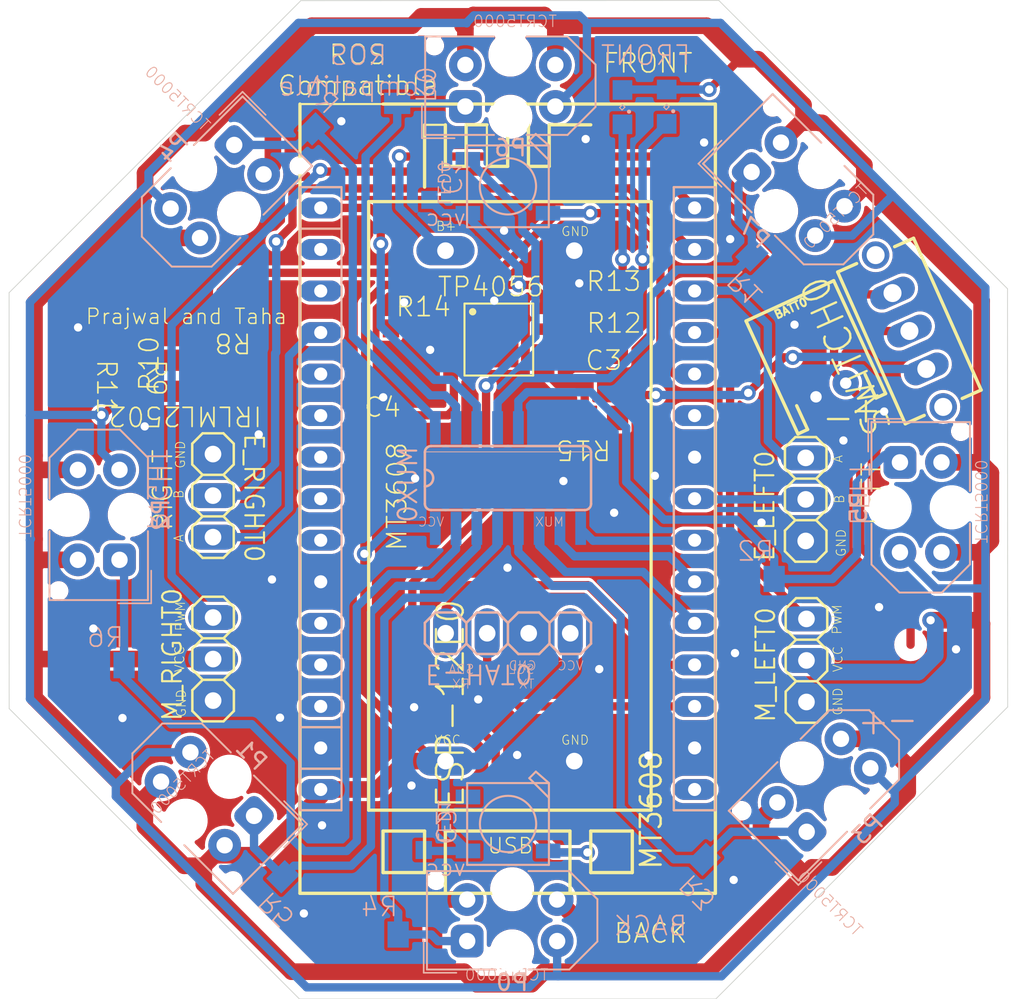
<source format=kicad_pcb>
(kicad_pcb (version 20240108) (generator "pcbnew") (generator_version "8.0")
  (layers (0 "F.Cu" signal) (31 "B.Cu" signal) (34 "B.Paste" user) (35 "F.Paste" user) (36 "B.SilkS" user "B.Silkscreen") (37 "F.SilkS" user "F.Silkscreen") (38 "B.Mask" user) (39 "F.Mask" user) (44 "Edge.Cuts" user))
  (net 0 "")
  (net 1 "GND")
  (net 2 "VCC")
  (net 3 "AD0")
  (net 4 "EM_ENABLE")
  (net 5 "MUX_A")
  (net 6 "MUX_B")
  (net 7 "MUX_C")
  (net 8 "Net-(SWITCH0-P)")
  (net 9 "/<p>Power Supply</p>/TP_B+")
  (net 10 "Net-(CHRG0-PadC)")
  (net 11 "/<p>MCU and Motors</p>/SDA_RX")
  (net 12 "/<p>MCU and Motors</p>/SCL_TX")
  (net 13 "/<p>MCU and Motors</p>/M_RIGHT_PWM")
  (net 18 "/<p>MCU and Motors</p>/E_RIGHT_A")
  (net 20 "/<p>MCU and Motors</p>/E_RIGHT_B")
  (net 24 "/<p>MCU and Motors</p>/E_LEFT_B")
  (net 25 "/<p>MCU and Motors</p>/E_LEFT_A")
  (net 29 "/<p>MCU and Motors</p>/M_LEFT_PWM")
  (net 31 "Net-(IRLML2502-G)")
  (net 32 "Net-(IRLML2502-D)")
  (net 33 "Net-(LED0-DO)")
  (net 35 "Net-(SWITCH0-S)")
  (net 36 "/<p>Proximity Sensors</p>/MUX_X6")
  (net 37 "/<p>Proximity Sensors</p>/MUX_X7")
  (net 38 "/<p>Proximity Sensors</p>/MUX_X0")
  (net 39 "/<p>Proximity Sensors</p>/MUX_X5")
  (net 40 "/<p>Proximity Sensors</p>/MUX_X2")
  (net 41 "/<p>Proximity Sensors</p>/MUX_X4")
  (net 42 "/<p>Proximity Sensors</p>/MUX_X3")
  (net 43 "/<p>Proximity Sensors</p>/MUX_X1")
  (net 44 "/<p>Proximity Sensors</p>/EM")
  (net 45 "Net-(R10-Pad2)")
  (net 46 "Net-(TP4056-STDBY)")
  (net 47 "Net-(R12-Pad2)")
  (net 48 "Net-(TP4056-CHRG)")
  (net 50 "Net-(TP4056-PROG)")
  (net 51 "Net-(SWITCH0-O)")
  (footprint "MT3608:MT3608" (layer "F.Cu") (at 157.22691 123.986655 90)
    (property "Reference" "MT3608")
    (property "Value" "MT3608")
  )
  (footprint "M0805_420:M0805_420" (layer "F.Cu") (at 154.194492 93.351995)
    (property "Reference" "R13")
    (property "Value" "102")
  )
  (footprint "M0805_420:M0805_420" (layer "F.Cu") (at 122.236492 97.364995 -90)
    (property "Reference" "R11")
    (property "Value" "NM")
  )
  (footprint "1X03:1X03" (layer "F.Cu") (at 130.445192 114.746695 90)
    (property "Reference" "M_RIGHT0")
    (property "Value" "PINHD-1X3")
  )
  (footprint "1X03:1X03" (layer "F.Cu") (at 166.678251 104.98543 90)
    (property "Reference" "E_LEFT0")
    (property "Value" "PINHD-1X3")
  )
  (footprint "M0805_420:M0805_420" (layer "F.Cu") (at 125.247492 97.354995 -90)
    (property "Reference" "R9")
    (property "Value" "0R")
  )
  (footprint "1X03:1X03" (layer "F.Cu") (at 166.724492 114.831995 90)
    (property "Reference" "M_LEFT0")
    (property "Value" "PINHD-1X3")
  )
  (footprint "R0603_348:R0603_348" (layer "F.Cu") (at 142.171492 94.529995)
    (property "Reference" "R14")
    (property "Value" "122")
  )
  (footprint "JST-2-PTH_513:JST-2-PTH_513" (layer "F.Cu") (at 168.215926 98.295702 24.7)
    (property "Reference" "BATT0")
    (property "Value" "CONN_02JST-PTH-2")
  )
  (footprint "SOP-8:SOP-8" (layer "F.Cu") (at 147.914492 95.211995)
    (property "Reference" "TP4056")
    (property "Value" "TP4056")
  )
  (footprint "C0603_420:C0603_420" (layer "F.Cu") (at 154.015492 97.931995)
    (property "Reference" "C3")
    (property "Value" "10 uF")
  )
  (footprint "M0805_420:M0805_420" (layer "F.Cu") (at 128.232492 97.425995 90)
    (property "Reference" "R10")
    (property "Value" "18R")
  )
  (footprint "ESP12E_DEVKIT:ESP12E_DEVKIT" (layer "F.Cu") (at 148.455051 104.941855)
    (property "Reference" "ESP-12E0")
    (property "Value" "ESP12E_DEVKIT")
  )
  (footprint "R0805_348:R0805_348" (layer "F.Cu") (at 154.224492 100.005995 180)
    (property "Reference" "R15")
    (property "Value" "0R")
  )
  (footprint "HH3T90:HH3T90" (layer "F.Cu") (at 173.01976 94.68928 114)
    (property "Reference" "SWITCH0")
    (property "Value" "SS12F2356")
  )
  (footprint "SOT23_420:SOT23_420" (layer "F.Cu") (at 131.604492 97.301995 180)
    (property "Reference" "IRLML2502")
    (property "Value" "MOSFET-NREFLOW")
  )
  (footprint "C0603_420:C0603_420" (layer "F.Cu") (at 140.484492 100.801995)
    (property "Reference" "C4")
    (property "Value" "10 uF")
  )
  (footprint "1X03:1X03" (layer "F.Cu") (at 130.437592 104.753349 -90)
    (property "Reference" "E_RIGHT0")
    (property "Value" "PINHD-1X3")
  )
  (footprint "M0805_420:M0805_420" (layer "F.Cu") (at 154.21591 95.909155)
    (property "Reference" "R12")
    (property "Value" "103")
  )
  (footprint "M0805_420:M0805_420" (layer "F.Cu") (at 131.850092 93.727695 180)
    (property "Reference" "R8")
    (property "Value" "4k7")
  )
  (footprint "SO16_80:SO16_80" (layer "B.Cu") (at 148.473517 103.678767)
    (property "Reference" "MUX0")
    (property "Value" "4051D")
  )
  (footprint "OptoDevice:Vishay_TCRT5000" (layer "B.Cu") (at 166.74 125.31 45)
    (property "Reference" "P3")
    (property "Value" "Vishay_TCRT5000")
  )
  (footprint "M0805_420:M0805_420" (layer "B.Cu") (at 164.06 90.72 -45)
    (property "Reference" "R1")
    (property "Value" "4k7")
  )
  (footprint "OptoDevice:Vishay_TCRT5000" (layer "B.Cu") (at 145.87 80.96)
    (property "Reference" "P6")
    (property "Value" "Vishay_TCRT5000")
  )
  (footprint "WS2812B_420:WS2812B_420" (layer "B.Cu") (at 148.47802 124.829995 180)
    (property "Reference" "LED1")
    (property "Value" "WS2812B5050")
  )
  (footprint "OptoDevice:Vishay_TCRT5000" (layer "B.Cu") (at 145.98 131.99)
    (property "Reference" "P0")
    (property "Value" "Vishay_TCRT5000")
  )
  (footprint "M0805_420:M0805_420" (layer "B.Cu") (at 141.7 79.82 90)
    (property "Reference" "R0")
    (property "Value" "4k7")
  )
  (footprint "WS2812B_420:WS2812B_420" (layer "B.Cu") (at 148.471273 85.840995 180)
    (property "Reference" "LED0")
    (property "Value" "WS2812B5050")
  )
  (footprint "M0805_420:M0805_420" (layer "B.Cu") (at 161.14 127.66 -45)
    (property "Reference" "R3")
    (property "Value" "4k7")
  )
  (footprint "SML0805_259:SML0805_259" (layer "B.Cu") (at 155.474492 81.001995 90)
    (property "Reference" "CHRG0" (hide yes))
    (property "Value" "RED")
  )
  (footprint "OptoDevice:Vishay_TCRT5000" (layer "B.Cu") (at 163.370292 84.966343 -45)
    (property "Reference" "P7")
    (property "Value" "Vishay_TCRT5000")
  )
  (footprint "OptoDevice:Vishay_TCRT5000" (layer "B.Cu") (at 124.72 108.68 90)
    (property "Reference" "P2")
    (property "Value" "Vishay_TCRT5000")
  )
  (footprint "SML0805_259:SML0805_259" (layer "B.Cu") (at 158.175582 80.975214 90)
    (property "Reference" "STDBY0" (hide yes))
    (property "Value" "GREEN")
  )
  (footprint "M0805_420:M0805_420" (layer "B.Cu") (at 163.8 109.85 180)
    (property "Reference" "R2")
    (property "Value" "4k7")
  )
  (footprint "C0603_348:C0603_348" (layer "B.Cu") (at 143.325492 125.571895 90)
    (property "Reference" "C2")
    (property "Value" "0.10 nF")
  )
  (footprint "M0805_420:M0805_420" (layer "B.Cu") (at 135.93 81.66 135)
    (property "Reference" "R7")
    (property "Value" "4k7")
  )
  (footprint "M0805_420:M0805_420" (layer "B.Cu") (at 135.39 128.73 -45)
    (property "Reference" "R5")
    (property "Value" "4k7")
  )
  (footprint "C0603_348:C0603_348" (layer "B.Cu") (at 143.672592 85.822895 90)
    (property "Reference" "C1")
    (property "Value" "0.10 nF")
  )
  (footprint "OptoDevice:Vishay_TCRT5000" (layer "B.Cu") (at 132.946934 124.33606 135)
    (property "Reference" "P1")
    (property "Value" "Vishay_TCRT5000")
  )
  (footprint "M0805_420:M0805_420" (layer "B.Cu") (at 140.81 131.59 180)
    (property "Reference" "R4")
    (property "Value" "4k7")
  )
  (footprint "OptoDevice:Vishay_TCRT5000" (layer "B.Cu") (at 172.44 102.72 -90)
    (property "Reference" "P5")
    (property "Value" "Vishay_TCRT5000")
  )
  (footprint "OptoDevice:Vishay_TCRT5000" (layer "B.Cu") (at 131.73606 83.313066 -135)
    (property "Reference" "P4")
    (property "Value" "Vishay_TCRT5000")
  )
  (footprint "1X04:1X04" (layer "B.Cu") (at 148.471395 113.168639)
    (property "Reference" "E-HAT0")
    (property "Value" "PINHD-1X4")
  )
  (footprint "M0805_420:M0805_420" (layer "B.Cu") (at 124.05 115.12 180)
    (property "Reference" "R6")
    (property "Value" "4k7")
  )
  (gr_line (start 135.724477 135.532304) (end 161.180951 135.531441) (stroke (width 0.05)) (layer "Edge.Cuts"))
  (gr_line (start 161.180951 135.531441) (end 179.029226 117.67317) (stroke (width 0.05)) (layer "Edge.Cuts"))
  (gr_line (start 117.972974 92.34383) (end 117.976339 117.778095) (stroke (width 0.05)) (layer "Edge.Cuts"))
  (gr_line (start 117.976339 117.778095) (end 135.724477 135.532304) (stroke (width 0.05)) (layer "Edge.Cuts"))
  (gr_line (start 179.029226 117.67317) (end 179.018701 92.106774) (stroke (width 0.05)) (layer "Edge.Cuts"))
  (gr_line (start 135.808549 74.490027) (end 117.972974 92.34383) (stroke (width 0.05)) (layer "Edge.Cuts"))
  (gr_line (start 179.018701 92.106774) (end 161.363063 74.474895) (stroke (width 0.05)) (layer "Edge.Cuts"))
  (gr_line (start 161.363063 74.474895) (end 135.808549 74.490027) (stroke (width 0.05)) (layer "Edge.Cuts"))
  (gr_text "TCRT5000" (at 151.517923 76.16543 0) (layer "B.SilkS") (effects (font (size 0.70104 0.70104) (thickness 0.06096)) (justify left bottom mirror)))
  (gr_text "vcc\n" (at 145.971273 88.340995 0) (layer "B.SilkS") (effects (font (size 1 1) (thickness 0.1)) (justify left bottom mirror)))
  (gr_text "TCRT5000" (at 151.007923 134.46543 0) (layer "B.SilkS") (effects (font (size 0.70104 0.70104) (thickness 0.06096)) (justify left bottom mirror)))
  (gr_text "+" (at 171.924492 119.491995 0) (layer "B.SilkS") (effects (font (size 1.63576 1.63576) (thickness 0.14224)) (justify left bottom mirror)))
  (gr_text "vcc\n" (at 145.97 128.09 0) (layer "B.SilkS") (effects (font (size 1 1) (thickness 0.1)) (justify left bottom mirror)))
  (gr_text "TCRT5000" (at 118.503741 107.372196 270) (layer "B.SilkS") (effects (font (size 0.70104 0.70104) (thickness 0.06096)) (justify left bottom mirror)))
  (gr_text "-" (at 173.694492 119.361995 0) (layer "B.SilkS") (effects (font (size 1.63576 1.63576) (thickness 0.14224)) (justify left bottom mirror)))
  (gr_text "TCRT5000" (at 176.97374 107.722196 270) (layer "B.SilkS") (effects (font (size 0.70104 0.70104) (thickness 0.06096)) (justify left bottom mirror)))
  (gr_text "BACK" (at 159.504492 131.741995 0) (layer "B.SilkS") (effects (font (size 1.1684 1.1684) (thickness 0.1016)) (justify left bottom mirror)))
  (gr_text "RIGHT" (at 126.300848 106.970544 270) (layer "B.SilkS") (effects (font (size 1.1684 1.1684) (thickness 0.1016)) (justify left bottom mirror)))
  (gr_text "VCC   GND" (at 153.134492 115.481995 0) (layer "B.SilkS") (effects (font (size 0.560832 0.560832) (thickness 0.048768)) (justify left bottom mirror)))
  (gr_text "ROS\nCompatible" (at 139.324492 78.781995 0) (layer "B.SilkS") (effects (font (size 1.1684 1.1684) (thickness 0.1016)) (justify mirror)))
  (gr_text "TCRT5000" (at 169.705661 131.821585 -45) (layer "B.SilkS") (effects (font (size 0.70104 0.70104) (thickness 0.06096)) (justify left bottom mirror)))
  (gr_text "MUX             VCC" (at 147.434492 106.361995 0) (layer "B.SilkS") (effects (font (size 0.560832 0.560832) (thickness 0.048768)) (justify mirror)))
  (gr_text "FRONT" (at 159.714492 78.521995 0) (layer "B.SilkS") (effects (font (size 1.1684 1.1684) (thickness 0.1016)) (justify left bottom mirror)))
  (gr_text "TCRT5000" (at 129.817424 82.599067 315) (layer "B.SilkS") (effects (font (size 0.70104 0.70104) (thickness 0.06096)) (justify left bottom mirror)))
  (gr_text "TCRT5000" (at 170.65742 86.134927 45) (layer "B.SilkS") (effects (font (size 0.70104 0.70104) (thickness 0.06096)) (justify left bottom mirror)))
  (gr_text "LEFT" (at 169.250848 106.667783 270) (layer "B.SilkS") (effects (font (size 1.1684 1.1684) (thickness 0.1016)) (justify left bottom mirror)))
  (gr_text "SCL     SDA   \nTX       RX     " (at 150.132627 116.602252 0) (layer "B.SilkS") (effects (font (size 0.560832 0.560832) (thickness 0.048768)) (justify left bottom mirror)))
  (gr_text "TCRT5000" (at 130.718225 120.694963 45) (layer "B.SilkS") (effects (font (size 0.70104 0.70104) (thickness 0.06096)) (justify left bottom mirror)))
  (gr_text "GND" (at 169.174492 108.531995 90) (layer "F.SilkS") (effects (font (size 0.560832 0.560832) (thickness 0.048768)) (justify left bottom)))
  (gr_text "B+" (at 144.044492 88.611995 0) (layer "F.SilkS") (effects (font (size 0.560832 0.560832) (thickness 0.048768)) (justify left bottom)))
  (gr_text "+" (at 169.254492 100.421995 0) (layer "F.SilkS") (effects (font (size 1.63576 1.63576) (thickness 0.14224)) (justify left bottom)))
  (gr_text "B" (at 128.674492 104.981995 90) (layer "F.SilkS") (effects (font (size 0.560832 0.560832) (thickness 0.048768)) (justify left bottom)))
  (gr_text "GND" (at 151.691152 120.029344 0) (layer "F.SilkS") (effects (font (size 0.560832 0.560832) (thickness 0.048768)) (justify left bottom)))
  (gr_text "GND" (at 128.824492 118.331995 90) (layer "F.SilkS") (effects (font (size 0.560832 0.560832) (thickness 0.048768)) (justify left bottom)))
  (gr_text "ROS\nCompatible" (at 139.274492 78.731995 0) (layer "F.SilkS") (effects (font (size 1.1684 1.1684) (thickness 0.1016))))
  (gr_text "B" (at 169.074492 105.281995 90) (layer "F.SilkS") (effects (font (size 0.560832 0.560832) (thickness 0.048768)) (justify left bottom)))
  (gr_text "BACK" (at 154.886686 132.195639 0) (layer "F.SilkS") (effects (font (size 1.1684 1.1684) (thickness 0.1016)) (justify left bottom)))
  (gr_text "VCC" (at 128.724492 115.581995 90) (layer "F.SilkS") (effects (font (size 0.560832 0.560832) (thickness 0.048768)) (justify left bottom)))
  (gr_text "PWM" (at 128.774492 113.081995 90) (layer "F.SilkS") (effects (font (size 0.560832 0.560832) (thickness 0.048768)) (justify left bottom)))
  (gr_text "A" (at 168.974492 102.781995 90) (layer "F.SilkS") (effects (font (size 0.560832 0.560832) (thickness 0.048768)) (justify left bottom)))
  (gr_text "RIGHT" (at 128.048136 106.980544 90) (layer "F.SilkS") (effects (font (size 1.1684 1.1684) (thickness 0.1016)) (justify left bottom)))
  (gr_text "VCC" (at 168.974492 115.581995 90) (layer "F.SilkS") (effects (font (size 0.560832 0.560832) (thickness 0.048768)) (justify left bottom)))
  (gr_text "Prajwal and Taha" (at 128.81 93.8 0) (layer "F.SilkS") (effects (font (size 0.93472 0.93472) (thickness 0.08128))))
  (gr_text "LEFT" (at 171.388136 106.667783 90) (layer "F.SilkS") (effects (font (size 1.1684 1.1684) (thickness 0.1016)) (justify left bottom)))
  (gr_text "VCC" (at 143.957977 120.029344 0) (layer "F.SilkS") (effects (font (size 0.560832 0.560832) (thickness 0.048768)) (justify left bottom)))
  (gr_text "-" (at 167.554492 100.901995 0) (layer "F.SilkS") (effects (font (size 1.63576 1.63576) (thickness 0.14224)) (justify left bottom)))
  (gr_text "A" (at 128.674492 107.631995 90) (layer "F.SilkS") (effects (font (size 0.560832 0.560832) (thickness 0.048768)) (justify left bottom)))
  (gr_text "USB" (at 147.164492 126.711995 0) (layer "F.SilkS") (effects (font (size 0.93472 0.93472) (thickness 0.08128)) (justify left bottom)))
  (gr_text "GND" (at 168.974492 118.231995 90) (layer "F.SilkS") (effects (font (size 0.560832 0.560832) (thickness 0.048768)) (justify left bottom)))
  (gr_text "GND" (at 128.774492 103.131995 90) (layer "F.SilkS") (effects (font (size 0.560832 0.560832) (thickness 0.048768)) (justify left bottom)))
  (gr_text "FRONT" (at 154.2052 78.995639 0) (layer "F.SilkS") (effects (font (size 1.1684 1.1684) (thickness 0.1016)) (justify left bottom)))
  (gr_text "GND" (at 151.701152 88.929344 0) (layer "F.SilkS") (effects (font (size 0.560832 0.560832) (thickness 0.048768)) (justify left bottom)))
  (gr_text "PWM" (at 168.924492 113.281995 90) (layer "F.SilkS") (effects (font (size 0.560832 0.560832) (thickness 0.048768)) (justify left bottom)))
  (via (at 154.054492 115.361995) (size 0.9144) (drill 0.508) (layers "F.Cu" "B.Cu") (net 1))
  (via (at 123.124492 112.881995) (size 0.9144) (drill 0.508) (layers "F.Cu" "B.Cu") (net 1))
  (via (at 163.974492 106.401995) (size 0.9144) (drill 0.508) (layers "F.Cu" "B.Cu") (net 1))
  (via (at 148.444492 109.161995) (size 0.9144) (drill 0.508) (layers "F.Cu" "B.Cu") (net 1))
  (via (at 162.06 89.07) (size 0.9144) (drill 0.508) (layers "F.Cu" "B.Cu") (net 1))
  (via (at 149.034492 120.611995) (size 0.9144) (drill 0.508) (layers "F.Cu" "B.Cu") (net 1))
  (via (at 124.904492 118.351995) (size 0.9144) (drill 0.508) (layers "F.Cu" "B.Cu") (net 1))
  (via (at 147.634492 92.831995) (size 0.9144) (drill 0.508) (layers "F.Cu" "B.Cu") (net 1))
  (via (at 142.124492 92.931995) (size 0.9144) (drill 0.508) (layers "F.Cu" "B.Cu") (net 1))
  (via (at 143.714492 95.841995) (size 0.9144) (drill 0.508) (layers "F.Cu" "B.Cu") (net 1))
  (via (at 162.354492 114.381995) (size 0.9144) (drill 0.508) (layers "F.Cu" "B.Cu") (net 1))
  (via (at 168.984492 101.381995) (size 0.9144) (drill 0.508) (layers "F.Cu" "B.Cu") (net 1))
  (via (at 142.794492 103.701995) (size 0.9144) (drill 0.508) (layers "F.Cu" "B.Cu") (net 1))
  (via (at 134.534492 118.331995) (size 0.9144) (drill 0.508) (layers "F.Cu" "B.Cu") (net 1))
  (via (at 160.464492 83.161995) (size 0.9144) (drill 0.508) (layers "F.Cu" "B.Cu") (net 1))
  (via (at 171.474492 99.611995) (size 0.9144) (drill 0.508) (layers "F.Cu" "B.Cu") (net 1))
  (via (at 135.994492 130.301995) (size 0.9144) (drill 0.508) (layers "F.Cu" "B.Cu") (net 1))
  (via (at 137.104492 124.911995) (size 0.9144) (drill 0.508) (layers "F.Cu" "B.Cu") (net 1))
  (via (at 171.164492 111.571995) (size 0.9144) (drill 0.508) (layers "F.Cu" "B.Cu") (net 1))
  (via (at 122.19 94.47) (size 0.9144) (drill 0.508) (layers "F.Cu" "B.Cu") (net 1))
  (via (at 157.454492 103.541995) (size 0.9144) (drill 0.508) (layers "F.Cu" "B.Cu") (net 1))
  (via (at 126.264492 100.521995) (size 0.9144) (drill 0.508) (layers "F.Cu" "B.Cu") (net 1))
  (via (at 154.964492 105.801995) (size 0.9144) (drill 0.508) (layers "F.Cu" "B.Cu") (net 1))
  (via (at 157.054492 120.651995) (size 0.9144) (drill 0.508) (layers "F.Cu" "B.Cu") (net 1))
  (via (at 162.274492 128.251995) (size 0.9144) (drill 0.508) (layers "F.Cu" "B.Cu") (net 1))
  (via (at 152.834492 91.771995) (size 0.9144) (drill 0.508) (layers "F.Cu" "B.Cu") (net 1))
  (via (at 134.044492 109.881995) (size 0.9144) (drill 0.508) (layers "F.Cu" "B.Cu") (net 1))
  (via (at 165.994492 94.301995) (size 0.9144) (drill 0.508) (layers "F.Cu" "B.Cu") (net 1))
  (via (at 140.844492 98.741995) (size 0.9144) (drill 0.508) (layers "F.Cu" "B.Cu") (net 1))
  (via (at 142.574492 122.481995) (size 0.9144) (drill 0.508) (layers "F.Cu" "B.Cu") (net 1))
  (via (at 142.734492 117.691995) (size 0.9144) (drill 0.508) (layers "F.Cu" "B.Cu") (net 1))
  (via (at 148.234492 88.551995) (size 0.9144) (drill 0.508) (layers "F.Cu" "B.Cu") (net 1))
  (via (at 146.654492 117.211995) (size 0.9144) (drill 0.508) (layers "F.Cu" "B.Cu") (net 1))
  (via (at 153.224492 82.951995) (size 0.9144) (drill 0.508) (layers "F.Cu" "B.Cu") (net 1))
  (via (at 138.284492 81.861995) (size 0.9144) (drill 0.508) (layers "F.Cu" "B.Cu") (net 1))
  (via (at 175.87 114.15) (size 0.9144) (drill 0.508) (layers "F.Cu" "B.Cu") (net 1))
  (via (at 151.864492 103.861995) (size 0.9144) (drill 0.508) (layers "F.Cu" "B.Cu") (net 1))
  (via (at 133.234492 101.011995) (size 0.9144) (drill 0.508) (layers "F.Cu" "B.Cu") (net 1))
  (segment (start 174.314492 112.371995) (end 177.244492 112.371995) (width 1.016) (layer "F.Cu") (net 2))
  (segment (start 135.241995 133.861995) (end 143.95 133.861995) (width 1.016) (layer "F.Cu") (net 2))
  (segment (start 134.1 82.02) (end 134.1 84.541228) (width 1.016) (layer "F.Cu") (net 2))
  (segment (start 160.774492 79.921995) (end 162.624745 78.071742) (width 0.508) (layer "F.Cu") (net 2))
  (segment (start 119.724492 103.18) (end 122.18 103.18) (width 1.016) (layer "F.Cu") (net 2))
  (segment (start 151.35 76.021995) (end 151.37 76.041995) (width 1.016) (layer "F.Cu") (net 2))
  (segment (start 130.445192 114.746695) (end 119.679792 114.746695) (width 1.016) (layer "F.Cu") (net 2))
  (segment (start 150.698005 75.37) (end 151.35 76.021995) (width 1.016) (layer "F.Cu") (net 2))
  (segment (start 168.293701 127.486995) (end 167.059492 127.486995) (width 1.016) (layer "F.Cu") (net 2))
  (segment (start 139.744492 93.031995) (end 139.744492 100.69203) (width 0.508) (layer "F.Cu") (net 2))
  (segment (start 166.541503 81.948497) (end 166.541503 80.861503) (width 1.016) (layer "F.Cu") (net 2))
  (segment (start 139.694495 100.861999) (end 139.694492 108.311995) (width 0.508) (layer "F.Cu") (net 2))
  (segment (start 145.794492 133.861995) (end 146.560497 134.628) (width 1.016) (layer "F.Cu") (net 2))
  (segment (start 119.679792 114.746695) (end 119.524492 114.901995) (width 1.016) (layer "F.Cu") (net 2))
  (segment (start 133.39 126.74) (end 130.521556 126.74) (width 1.016) (layer "F.Cu") (net 2))
  (segment (start 177.356487 102.72) (end 174.98 102.72) (width 1.016) (layer "F.Cu") (net 2))
  (segment (start 119.524492 103.38) (end 119.724492 103.18) (width 1.016) (layer "F.Cu") (net 2))
  (segment (start 137.025051 123.104949) (end 133.39 126.74) (width 1.016) (layer "F.Cu") (net 2))
  (segment (start 144.565787 129.45) (end 145.98 129.45) (width 1.016) (layer "F.Cu") (net 2))
  (segment (start 134.1 84.541228) (end 133.532111 85.109117) (width 1.016) (layer "F.Cu") (net 2))
  (segment (start 125.971248 123.568752) (end 119.524492 117.121995) (width 1.016) (layer "F.Cu") (net 2))
  (segment (start 172.918243 121.628243) (end 172.918243 121.290066) (width 1.016) (layer "F.Cu") (net 2))
  (segment (start 142.608005 76.021995) (end 143.18 75.45) (width 1.016) (layer "F.Cu") (net 2))
  (segment (start 140.484632 122.721855) (end 137.025051 122.721855) (width 1.016) (layer "F.Cu") (net 2))
  (segment (start 177.434492 108.35) (end 177.304492 108.22) (width 1.016) (layer "F.Cu") (net 2))
  (segment (start 129.874561 128.494561) (end 135.241995 133.861995) (width 1.016) (layer "F.Cu") (net 2))
  (segment (start 119.524492 114.901995) (end 119.524492 109.03) (width 1.016) (layer "F.Cu") (net 2))
  (segment (start 126.269492 124.981416) (end 128.675071 127.386995) (width 1.016) (layer "F.Cu") (net 2))
  (segment (start 119.524492 102.301995) (end 119.524492 92.981995) (width 1.016) (layer "F.Cu") (net 2))
  (segment (start 132.298243 80.208243) (end 136.484492 76.021995) (width 1.016) (layer "F.Cu") (net 2))
  (segment (start 149.134492 91.871995) (end 149.919492 91.871995) (width 0.508) (layer "F.Cu") (net 2))
  (segment (start 145.951007 78.808389) (end 146.064492 78.694905) (width 1.016) (layer "F.Cu") (net 2))
  (segment (start 163.943949 125.273949) (end 163.943949 124.513949) (width 1.016) (layer "F.Cu") (net 2))
  (segment (start 130.521556 126.74) (end 129.874561 127.386995) (width 1.016) (layer "F.Cu") (net 2))
  (segment (start 166.608243 127.938243) (end 163.943949 125.273949) (width 1.016) (layer "F.Cu") (net 2))
  (segment (start 150.664492 92.616995) (end 149.919492 91.871995) (width 0.508) (layer "F.Cu") (net 2))
  (segment (start 167.51 81.97) (end 167.696747 81.97) (width 1.016) (layer "F.Cu") (net 2))
  (segment (start 167.488497 81.948497) (end 167.51 81.97) (width 1.016) (layer "F.Cu") (net 2))
  (segment (start 177.244492 112.371995) (end 177.454492 112.581995) (width 1.016) (layer "F.Cu") (net 2))
  (segment (start 119.524492 117.121995) (end 119.524492 114.901995) (width 1.016) (layer "F.Cu") (net 2))
  (segment (start 171.253038 119.624861) (end 168.833036 119.624861) (width 1.016) (layer "F.Cu") (net 2))
  (segment (start 143.95 130.065787) (end 144.565787 129.45) (width 1.016) (layer "F.Cu") (net 2))
  (segment (start 177.434492 92.828724) (end 177.434492 102.641995) (width 1.016) (layer "F.Cu") (net 2))
  (segment (start 124.868243 87.638243) (end 126.228205 88.998205) (width 1.016) (layer "F.Cu") (net 2))
  (segment (start 166.541503 80.861503) (end 163.751742 78.071742) (width 1.016) (layer "F.Cu") (net 2))
  (segment (start 126.269492 123.896995) (end 126.269492 124.981416) (width 1.016) (layer "F.Cu") (net 2))
  (segment (start 139.634492 100.801995) (end 139.694495 100.861999) (width 0.508) (layer "F.Cu") (net 2))
  (segment (start 125.971248 123.568752) (end 126.299492 123.896995) (width 1.016) (layer "F.Cu") (net 2))
  (segment (start 144.653826 120.986655) (end 143.963826 120.986655) (width 0.508) (layer "F.Cu") (net 2))
  (segment (start 172.918243 121.628243) (end 172.918243 122.862453) (width 1.016) (layer "F.Cu") (net 2))
  (segment (start 119.524492 103.38) (end 119.524492 102.301995) (width 1.016) (layer "F.Cu") (net 2))
  (segment (start 129.919492 82.586995) (end 132.298243 80.208243) (width 1.016) (layer "F.Cu") (net 2))
  (segment (start 162.664748 78.071742) (end 160.615001 76.021995) (width 1.016) (layer "F.Cu") (net 2))
  (segment (start 162.624745 78.071742) (end 162.664748 78.071742) (width 0.508) (layer "F.Cu") (net 2))
  (segment (start 166.388138 81.948497) (end 165.166343 83.170292) (width 1.016) (layer "F.Cu") (net 2))
  (segment (start 124.868243 87.638243) (end 126.284492 86.221995) (width 1.016) (layer "F.Cu") (net 2))
  (segment (start 143.18 75.45) (end 146.271995 75.45) (width 1.016) (layer "F.Cu") (net 2))
  (segment (start 129.874561 127.386995) (end 129.874561 128.494561) (width 1.016) (layer "F.Cu") (net 2))
  (segment (start 139.634492 100.801995) (end 139.744492 100.69203) (width 0.508) (layer "F.Cu") (net 2))
  (segment (start 151.35 76.021995) (end 160.615001 76.021995) (width 1.016) (layer "F.Cu") (net 2))
  (segment (start 136.484492 76.021995) (end 142.608005 76.021995) (width 1.016) (layer "F.Cu") (net 2))
  (segment (start 170.456129 85.850361) (end 177.434492 92.828724) (width 1.016) (layer "F.Cu") (net 2))
  (segment (start 144.804492 99.841995) (end 140.594492 99.841995) (width 0.508) (layer "F.Cu") (net 2))
  (segment (start 145.7 76.021995) (end 145.87 76.191995) (width 1.016) (layer "F.Cu") (net 2))
  (segment (start 163.751742 78.071742) (end 162.664748 78.071742) (width 1.016) (layer "F.Cu") (net 2))
  (segment (start 126.299492 123.896995) (end 126.269492 123.896995) (width 1.016) (layer "F.Cu") (net 2))
  (segment (start 119.524492 92.981995) (end 124.868243 87.638243) (width 1.016) (layer "F.Cu") (net 2))
  (segment (start 153.49 133.861995) (end 153.49 131.46) (width 1.016) (layer "F.Cu") (net 2))
  (segment (start 132.298243 80.208243) (end 132.298243 80.218243) (width 1.016) (layer "F.Cu") (net 2))
  (segment (start 126.284492 85.033938) (end 128.731435 82.586995) (width 1.016) (layer "F.Cu") (net 2))
  (segment (start 170.456129 85.95363) (end 170.456129 85.850361) (width 1.016) (layer "F.Cu") (net 2))
  (segment (start 119.524492 107.411995) (end 119.524492 103.38) (width 1.016) (layer "F.Cu") (net 2))
  (segment (start 146.351995 75.37) (end 150.698005 75.37) (width 1.016) (layer "F.Cu") (net 2))
  (segment (start 172.918243 121.290066) (end 171.253038 119.624861) (width 1.016) (layer "F.Cu") (net 2))
  (segment (start 145.87 76.191995) (end 145.87 78.42) (width 1.016) (layer "F.Cu") (net 2))
  (segment (start 177.304492 108.22) (end 174.98 108.22) (width 1.016) (layer "F.Cu") (net 2))
  (segment (start 167.696747 81.97) (end 170.264449 84.537702) (width 1.016) (layer "F.Cu") (net 2))
  (segment (start 119.524492 109.03) (end 119.874492 108.68) (width 1.016) (layer "F.Cu") (net 2))
  (segment (start 177.304492 108.22) (end 178 107.524492) (width 1.016) (layer "F.Cu") (net 2))
  (segment (start 119.524492 109.03) (end 119.524492 107.411995) (width 1.016) (layer "F.Cu") (net 2))
  (segment (start 126.284492 86.221995) (end 126.284492 85.033938) (width 1.016) (layer "F.Cu") (net 2))
  (segment (start 143.963826 120.986655) (end 139.694492 116.71732) (width 0.508) (layer "F.Cu") (net 2))
  (segment (start 170.456129 85.850361) (end 170.264449 85.850361) (width 1.016) (layer "F.Cu") (net 2))
  (segment (start 139.694492 108.311995) (end 139.694492 116.71732) (width 0.508) (layer "F.Cu") (net 2))
  (segment (start 139.744492 93.031995) (end 140.904492 91.871995) (width 0.508) (layer "F.Cu") (net 2))
  (segment (start 145.7 76.021995) (end 146.351995 75.37) (width 1.016) (layer "F.Cu") (net 2))
  (segment (start 126.228205 88.998205) (end 129.643024 88.998205) (width 1.016) (layer "F.Cu") (net 2))
  (segment (start 177.454492 117.091995) (end 172.918243 121.628243) (width 1.016) (layer "F.Cu") (net 2))
  (segment (start 146.560497 134.628) (end 149.908487 134.628) (width 1.016) (layer "F.Cu") (net 2))
  (segment (start 153.49 131.46) (end 151.48 129.45) (width 1.016) (layer "F.Cu") (net 2))
  (segment (start 177.454492 112.581995) (end 177.454492 117.091995) (width 1.016) (layer "F.Cu") (net 2))
  (segment (start 128.675071 127.386995) (end 129.874561 127.386995) (width 1.016) (layer "F.Cu") (net 2))
  (segment (start 170.264449 84.537702) (end 170.264449 85.850361) (width 1.016) (layer "F.Cu") (net 2))
  (segment (start 166.541503 81.948497) (end 166.388138 81.948497) (width 1.016) (layer "F.Cu") (net 2))
  (segment (start 143.95 133.861995) (end 143.95 130.065787) (width 1.016) (layer "F.Cu") (net 2))
  (segment (start 177.434492 102.641995) (end 177.356487 102.72) (width 1.016) (layer "F.Cu") (net 2))
  (segment (start 144.804492 99.841995) (end 145.164492 99.481995) (width 0.508) (layer "F.Cu") (net 2))
  (segment (start 143.95 133.861995) (end 145.794492 133.861995) (width 1.016) (layer "F.Cu") (net 2))
  (segment (start 150.664492 92.616995) (end 150.664492 93.306995) (width 0.508) (layer "F.Cu") (net 2))
  (segment (start 145.164492 99.481995) (end 145.164492 97.116995) (width 0.508) (layer "F.Cu") (net 2))
  (segment (start 151.37 76.041995) (end 151.37 78.42) (width 1.016) (layer "F.Cu") (net 2))
  (segment (start 166.541503 81.948497) (end 167.488497 81.948497) (width 1.016) (layer "F.Cu") (net 2))
  (segment (start 144.653826 120.986655) (end 142.219832 120.986655) (width 1.016) (layer "F.Cu") (net 2))
  (segment (start 146.271995 75.45) (end 146.351995 75.37) (width 1.016) (layer "F.Cu") (net 2))
  (segment (start 170.264449 85.850361) (end 169.055431 87.059379) (width 1.016) (layer "F.Cu") (net 2))
  (segment (start 137.025051 122.721855) (end 137.025051 123.104949) (width 1.016) (layer "F.Cu") (net 2))
  (segment (start 163.943949 124.513949) (end 164.943949 123.513949) (width 1.016) (layer "F.Cu") (net 2))
  (segment (start 149.908487 134.628) (end 150.674492 133.861995) (width 1.016) (layer "F.Cu") (net 2))
  (segment (start 132.298243 80.218243) (end 134.1 82.02) (width 1.016) (layer "F.Cu") (net 2))
  (segment (start 177.434492 108.35) (end 177.434492 112.691995) (width 1.016) (layer "F.Cu") (net 2))
  (segment (start 178 103.363513) (end 177.356487 102.72) (width 1.016) (layer "F.Cu") (net 2))
  (segment (start 177.324492 112.581995) (end 177.434492 112.691995) (width 0.508) (layer "F.Cu") (net 2))
  (segment (start 128.731435 82.586995) (end 129.919492 82.586995) (width 1.016) (layer "F.Cu") (net 2))
  (segment (start 119.874492 108.68) (end 122.18 108.68) (width 1.016) (layer "F.Cu") (net 2))
  (segment (start 125.971248 123.533571) (end 127.261795 122.243024) (width 1.016) (layer "F.Cu") (net 2))
  (segment (start 125.971248 123.568752) (end 125.971248 123.533571) (width 1.016) (layer "F.Cu") (net 2))
  (segment (start 177.324492 112.581995) (end 177.454492 112.581995) (width 0.508) (layer "F.Cu") (net 2))
  (segment (start 140.904492 91.871995) (end 149.134492 91.871995) (width 0.508) (layer "F.Cu") (net 2))
  (segment (start 178 107.524492) (end 178 103.363513) (width 1.016) (layer "F.Cu") (net 2))
  (segment (start 167.059492 127.486995) (end 166.608243 127.938243) (width 1.016) (layer "F.Cu") (net 2))
  (segment (start 172.918243 122.862453) (end 168.293701 127.486995) (width 1.016) (layer "F.Cu") (net 2))
  (segment (start 142.219832 120.986655) (end 140.484632 122.721855) (width 1.016) (layer "F.Cu") (net 2))
  (segment (start 139.634492 100.801995) (end 140.594492 99.841995) (width 0.508) (layer "F.Cu") (net 2))
  (segment (start 153.49 133.861995) (end 150.674492 133.861995) (width 1.016) (layer "F.Cu") (net 2))
  (segment (start 160.684492 133.861995) (end 153.49 133.861995) (width 1.016) (layer "F.Cu") (net 2))
  (segment (start 166.608243 127.938243) (end 160.684492 133.861995) (width 1.016) (layer "F.Cu") (net 2))
  (via (at 160.774492 79.921995) (size 0.9144) (drill 0.508) (layers "F.Cu" "B.Cu") (net 2))
  (via (at 139.694492 108.311995) (size 0.9144) (drill 0.508) (layers "F.Cu" "B.Cu") (net 2))
  (via (at 149.134492 91.871995) (size 0.9144) (drill 0.508) (layers "F.Cu" "B.Cu") (net 2))
  (via (at 174.314492 112.371995) (size 0.9144) (drill 0.508) (layers "F.Cu" "B.Cu") (net 2))
  (segment (start 146.02802 126.479995) (end 144.653826 125.105802) (width 0.508) (layer "B.Cu") (net 2))
  (segment (start 144.653826 120.986655) (end 146.629832 120.986655) (width 1.016) (layer "B.Cu") (net 2))
  (segment (start 143.325492 126.421895) (end 143.383592 126.479995) (width 0.508) (layer "B.Cu") (net 2))
  (segment (start 152.281395 115.335092) (end 152.281395 113.168639) (width 1.016) (layer "B.Cu") (net 2))
  (segment (start 174.6012 112.658703) (end 174.6012 114.49596) (width 1.016) (layer "B.Cu") (net 2))
  (segment (start 152.281395 115.335092) (end 146.629832 120.986655) (width 1.016) (layer "B.Cu") (net 2))
  (segment (start 143.672592 86.672895) (end 144.490692 87.490995) (width 0.508) (layer "B.Cu") (net 2))
  (segment (start 155.501273 79.925214) (end 155.474492 79.951995) (width 0.508) (layer "B.Cu") (net 2))
  (segment (start 167.432497 115.54) (end 166.724492 114.831995) (width 1.016) (layer "B.Cu") (net 2))
  (segment (start 144.490692 87.490995) (end 146.021273 87.490995) (width 0.508) (layer "B.Cu") (net 2))
  (segment (start 149.134492 91.871995) (end 149.134492 90.824214) (width 0.508) (layer "B.Cu") (net 2))
  (segment (start 144.028517 106.752167) (end 141.25432 106.752167) (width 0.508) (layer "B.Cu") (net 2))
  (segment (start 158.175582 79.925214) (end 155.501273 79.925214) (width 0.508) (layer "B.Cu") (net 2))
  (segment (start 173.55716 115.54) (end 167.432497 115.54) (width 1.016) (layer "B.Cu") (net 2))
  (segment (start 141.25432 106.752167) (end 139.694492 108.311995) (width 0.508) (layer "B.Cu") (net 2))
  (segment (start 174.314492 112.371995) (end 174.6012 112.658703) (width 1.016) (layer "B.Cu") (net 2))
  (segment (start 149.134492 90.824214) (end 146.021273 87.710995) (width 0.508) (layer "B.Cu") (net 2))
  (segment (start 144.653826 125.105802) (end 144.653826 120.986655) (width 0.508) (layer "B.Cu") (net 2))
  (segment (start 160.771273 79.925214) (end 158.175582 79.925214) (width 0.508) (layer "B.Cu") (net 2))
  (segment (start 146.021273 87.710995) (end 146.021273 87.490995) (width 0.508) (layer "B.Cu") (net 2))
  (segment (start 174.6012 114.49596) (end 173.55716 115.54) (width 1.016) (layer "B.Cu") (net 2))
  (segment (start 143.383592 126.479995) (end 146.02802 126.479995) (width 0.508) (layer "B.Cu") (net 2))
  (segment (start 160.774492 79.921995) (end 160.771273 79.925214) (width 0.508) (layer "B.Cu") (net 2))
  (segment (start 140.694492 87.821995) (end 140.034351 87.161855) (width 0.508) (layer "F.Cu") (net 3))
  (segment (start 137.025051 87.161855) (end 140.034351 87.161855) (width 0.508) (layer "F.Cu") (net 3))
  (segment (start 140.694492 87.821995) (end 140.694492 89.361995) (width 0.508) (layer "F.Cu") (net 3))
  (via (at 140.694492 89.361995) (size 0.9144) (drill 0.508) (layers "F.Cu" "B.Cu") (net 3))
  (segment (start 146.568517 99.23602) (end 146.568517 100.605367) (width 0.508) (layer "B.Cu") (net 3))
  (segment (start 145.004492 97.671995) (end 146.568517 99.23602) (width 0.508) (layer "B.Cu") (net 3))
  (segment (start 143.974492 97.671995) (end 145.004492 97.671995) (width 0.508) (layer "B.Cu") (net 3))
  (segment (start 140.694492 94.391995) (end 143.974492 97.671995) (width 0.508) (layer "B.Cu") (net 3))
  (segment (start 140.694492 89.361995) (end 140.694492 94.391995) (width 0.508) (layer "B.Cu") (net 3))
  (segment (start 159.885051 97.321855) (end 158.654351 97.321855) (width 0.508) (layer "F.Cu") (net 4))
  (segment (start 158.654351 97.321855) (end 157.794492 96.461995) (width 0.508) (layer "F.Cu") (net 4))
  (segment (start 157.794492 96.461995) (end 157.794492 89.601995) (width 0.508) (layer "F.Cu") (net 4))
  (segment (start 151.474492 87.481995) (end 147.825835 91.130652) (width 0.508) (layer "F.Cu") (net 4))
  (segment (start 153.504492 87.481995) (end 151.474492 87.481995) (width 0.508) (layer "F.Cu") (net 4))
  (segment (start 157.794492 89.601995) (end 155.674492 87.481995) (width 0.508) (layer "F.Cu") (net 4))
  (segment (start 155.674492 87.481995) (end 153.504492 87.481995) (width 0.508) (layer "F.Cu") (net 4))
  (segment (start 132.035836 91.130652) (end 130.900092 92.266395) (width 0.508) (layer "F.Cu") (net 4))
  (segment (start 147.825835 91.130652) (end 132.035836 91.130652) (width 0.508) (layer "F.Cu") (net 4))
  (segment (start 130.900092 92.266395) (end 130.900092 93.727695) (width 0.508) (layer "F.Cu") (net 4))
  (via (at 153.504492 87.481995) (size 0.9144) (drill 0.508) (layers "F.Cu" "B.Cu") (net 4))
  (segment (start 153.495492 87.490995) (end 153.504492 87.481995) (width 0.508) (layer "B.Cu") (net 4))
  (segment (start 150.921273 87.490995) (end 153.495492 87.490995) (width 0.508) (layer "B.Cu") (net 4))
  (segment (start 156.745192 109.421995) (end 159.885051 112.561855) (width 0.508) (layer "B.Cu") (net 5))
  (segment (start 150.378517 107.80602) (end 151.994492 109.421995) (width 0.508) (layer "B.Cu") (net 5))
  (segment (start 156.745192 109.421995) (end 151.994492 109.421995) (width 0.508) (layer "B.Cu") (net 5))
  (segment (start 150.378517 106.752167) (end 150.378517 107.80602) (width 0.508) (layer "B.Cu") (net 5))
  (segment (start 151.648517 106.752167) (end 151.648517 107.564433) (width 0.508) (layer "B.Cu") (net 6))
  (segment (start 151.648517 107.564433) (end 152.545938 108.461855) (width 0.508) (layer "B.Cu") (net 6))
  (segment (start 158.325051 108.461855) (end 159.885051 110.021855) (width 0.508) (layer "B.Cu") (net 6))
  (segment (start 158.325051 108.461855) (end 152.545938 108.461855) (width 0.508) (layer "B.Cu") (net 6))
  (segment (start 152.918517 106.752167) (end 153.678204 107.511855) (width 0.508) (layer "B.Cu") (net 7))
  (segment (start 159.855051 107.511855) (end 159.885051 107.481855) (width 0.508) (layer "B.Cu") (net 7))
  (segment (start 159.855051 107.511855) (end 153.678204 107.511855) (width 0.508) (layer "B.Cu") (net 7))
  (segment (start 173.01976 94.68928) (end 169.467207 94.68928) (width 0.508) (layer "F.Cu") (net 8))
  (segment (start 170.01 107.87) (end 173.09 110.95) (width 0.508) (layer "F.Cu") (net 8))
  (segment (start 169.467207 94.68928) (end 168.411192 95.745295) (width 0.508) (layer "F.Cu") (net 8))
  (segment (start 169.124432 97.877836) (end 170.01 98.763404) (width 0.508) (layer "F.Cu") (net 8))
  (segment (start 168.411192 95.745295) (end 168.411192 97.164595) (width 0.508) (layer "F.Cu") (net 8))
  (segment (start 173.09 110.95) (end 173.09 113.87) (width 0.508) (layer "F.Cu") (net 8))
  (segment (start 170.01 98.763404) (end 170.01 107.87) (width 0.508) (layer "F.Cu") (net 8))
  (segment (start 168.411192 97.164595) (end 169.124432 97.877836) (width 0.508) (layer "F.Cu") (net 8))
  (segment (start 153.165492 97.931995) (end 151.479492 97.931995) (width 0.508) (layer "F.Cu") (net 9))
  (segment (start 153.274492 100.005995) (end 153.165492 99.896995) (width 0.508) (layer "F.Cu") (net 9))
  (segment (start 151.479492 97.931995) (end 150.664492 97.116995) (width 0.508) (layer "F.Cu") (net 9))
  (segment (start 153.165492 97.931995) (end 153.165492 99.896995) (width 0.508) (layer "F.Cu") (net 9))
  (segment (start 155.144492 93.351995) (end 155.484492 93.011995) (width 0.508) (layer "F.Cu") (net 10))
  (segment (start 155.484492 93.011995) (end 155.484492 90.301995) (width 0.508) (layer "F.Cu") (net 10))
  (via (at 155.484492 90.301995) (size 0.9144) (drill 0.508) (layers "F.Cu" "B.Cu") (net 10))
  (segment (start 155.484492 82.061995) (end 155.474492 82.051995) (width 0.508) (layer "B.Cu") (net 10))
  (segment (start 155.484492 90.301995) (end 155.484492 82.061995) (width 0.508) (layer "B.Cu") (net 10))
  (segment (start 153.364492 110.231995) (end 146.094492 110.231995) (width 0.508) (layer "F.Cu") (net 11))
  (segment (start 158.234351 115.101855) (end 153.364492 110.231995) (width 0.508) (layer "F.Cu") (net 11))
  (segment (start 144.661395 111.665092) (end 144.661395 113.168639) (width 0.508) (layer "F.Cu") (net 11))
  (segment (start 146.094492 110.231995) (end 144.661395 111.665092) (width 0.508) (layer "F.Cu") (net 11))
  (segment (start 159.885051 115.101855) (end 158.234351 115.101855) (width 0.508) (layer "F.Cu") (net 11))
  (segment (start 147.201395 115.688639) (end 147.201395 113.168639) (width 0.508) (layer "F.Cu") (net 12))
  (segment (start 149.15461 117.641855) (end 147.201395 115.688639) (width 0.508) (layer "F.Cu") (net 12))
  (segment (start 159.885051 117.641855) (end 149.15461 117.641855) (width 0.508) (layer "F.Cu") (net 12))
  (segment (start 157.665192 84.941995) (end 137.071995 84.941995) (width 0.508) (layer "F.Cu") (net 13))
  (segment (start 137.071995 84.941995) (end 137 84.87) (width 0.508) (layer "F.Cu") (net 13))
  (segment (start 157.665192 84.941995) (end 159.885051 87.161855) (width 0.508) (layer "F.Cu") (net 13))
  (via (at 137 84.87) (size 0.9144) (drill 0.508) (layers "F.Cu" "B.Cu") (net 13))
  (segment (start 135.297851 86.925479) (end 127.904492 94.318838) (width 0.508) (layer "B.Cu") (net 13))
  (segment (start 127.904492 94.318838) (end 127.904492 109.665995) (width 0.508) (layer "B.Cu") (net 13))
  (segment (start 137 84.87) (end 135.297851 86.572149) (width 0.508) (layer "B.Cu") (net 13))
  (segment (start 127.904492 109.665995) (end 130.445192 112.206695) (width 0.508) (layer "B.Cu") (net 13))
  (segment (start 135.297851 86.572149) (end 135.297851 86.925479) (width 0.508) (layer "B.Cu") (net 13))
  (segment (start 133.326039 107.293349) (end 130.437592 107.293349) (width 0.508) (layer "B.Cu") (net 18))
  (segment (start 136.517051 94.781855) (end 135.086392 96.212514) (width 0.508) (layer "B.Cu") (net 18))
  (segment (start 135.086392 105.532995) (end 133.326039 107.293349) (width 0.508) (layer "B.Cu") (net 18))
  (segment (start 135.086392 96.212514) (end 135.086392 105.532995) (width 0.508) (layer "B.Cu") (net 18))
  (segment (start 137.025051 94.781855) (end 136.517051 94.781855) (width 0.8128) (layer "B.Cu") (net 18))
  (segment (start 159.885051 89.701855) (end 159.655051 89.701855) (width 0.508) (layer "F.Cu") (net 20))
  (segment (start 135.297851 88.218636) (end 134.304492 89.211995) (width 0.508) (layer "F.Cu") (net 20))
  (segment (start 135.626487 85.97) (end 135.297851 86.298636) (width 0.508) (layer "F.Cu") (net 20))
  (segment (start 155.923196 85.97) (end 135.626487 85.97) (width 0.508) (layer "F.Cu") (net 20))
  (segment (start 135.297851 86.298636) (end 135.297851 88.218636) (width 0.508) (layer "F.Cu") (net 20))
  (segment (start 159.655051 89.701855) (end 155.923196 85.97) (width 0.508) (layer "F.Cu") (net 20))
  (via (at 134.304492 89.211995) (size 0.9144) (drill 0.508) (layers "F.Cu" "B.Cu") (net 20))
  (segment (start 134.304492 89.211995) (end 134.304492 95.98862) (width 0.508) (layer "B.Cu") (net 20))
  (segment (start 134.235192 96.05792) (end 134.235192 102.811295) (width 0.508) (layer "B.Cu") (net 20))
  (segment (start 134.235192 102.811295) (end 132.293139 104.753349) (width 0.508) (layer "B.Cu") (net 20))
  (segment (start 132.293139 104.753349) (end 130.437592 104.753349) (width 0.508) (layer "B.Cu") (net 20))
  (segment (start 134.304492 95.98862) (end 134.235192 96.05792) (width 0.508) (layer "B.Cu") (net 20))
  (segment (start 159.928626 104.98543) (end 159.885051 104.941855) (width 0.508) (layer "B.Cu") (net 24))
  (segment (start 166.678251 104.98543) (end 159.928626 104.98543) (width 0.508) (layer "B.Cu") (net 24))
  (segment (start 164.364492 94.301995) (end 162.284492 92.221995) (width 0.508) (layer "B.Cu") (net 25))
  (segment (start 164.364492 101.41167) (end 164.364492 94.301995) (width 0.508) (layer "B.Cu") (net 25))
  (segment (start 166.678251 102.44543) (end 165.398251 102.44543) (width 0.508) (layer "B.Cu") (net 25))
  (segment (start 165.398251 102.44543) (end 164.364492 101.41167) (width 0.508) (layer "B.Cu") (net 25))
  (segment (start 162.284492 92.221995) (end 159.90491 92.221995) (width 0.508) (layer "B.Cu") (net 25))
  (segment (start 159.90491 92.221995) (end 159.885051 92.241855) (width 0.508) (layer "B.Cu") (net 25))
  (segment (start 162.054492 107.621995) (end 162.054492 95.561295) (width 0.508) (layer "F.Cu") (net 29))
  (segment (start 166.724492 112.291995) (end 162.054492 107.621995) (width 0.508) (layer "F.Cu") (net 29))
  (segment (start 162.054492 95.561295) (end 161.275051 94.781855) (width 0.508) (layer "F.Cu") (net 29))
  (segment (start 161.275051 94.781855) (end 159.885051 94.781855) (width 0.508) (layer "F.Cu") (net 29))
  (segment (start 132.800092 93.727695) (end 132.800092 95.956395) (width 0.508) (layer "F.Cu") (net 31))
  (segment (start 132.800092 95.956395) (end 132.554492 96.201995) (width 0.508) (layer "F.Cu") (net 31))
  (segment (start 128.232492 98.375995) (end 128.258492 98.401995) (width 0.508) (layer "F.Cu") (net 32))
  (segment (start 128.258492 98.401995) (end 131.604492 98.401995) (width 0.508) (layer "F.Cu") (net 32))
  (segment (start 147.724492 123.021995) (end 151.274492 126.571995) (width 0.508) (layer "F.Cu") (net 33))
  (segment (start 147.134492 98.031995) (end 147.134492 105.601995) (width 0.508) (layer "F.Cu") (net 33))
  (segment (start 147.724492 120.051995) (end 147.724492 123.021995) (width 0.508) (layer "F.Cu") (net 33))
  (segment (start 147.134492 105.601995) (end 142.624492 110.111995) (width 0.508) (layer "F.Cu") (net 33))
  (segment (start 142.624492 114.951995) (end 147.724492 120.051995) (width 0.508) (layer "F.Cu") (net 33))
  (segment (start 142.624492 110.111995) (end 142.624492 114.951995) (width 0.508) (layer "F.Cu") (net 33))
  (segment (start 151.274492 126.571995) (end 153.334492 126.571995) (width 0.508) (layer "F.Cu") (net 33))
  (via (at 153.334492 126.571995) (size 0.9144) (drill 0.508) (layers "F.Cu" "B.Cu") (net 33))
  (via (at 147.134492 98.031995) (size 0.9144) (drill 0.508) (layers "F.Cu" "B.Cu") (net 33))
  (segment (start 151.02002 126.571995) (end 150.92802 126.479995) (width 0.508) (layer "B.Cu") (net 33))
  (segment (start 150.154492 95.011995) (end 147.134492 98.031995) (width 0.508) (layer "B.Cu") (net 33))
  (segment (start 150.154492 89.341995) (end 150.154492 95.011995) (width 0.508) (layer "B.Cu") (net 33))
  (segment (start 153.334492 126.571995) (end 151.02002 126.571995) (width 0.508) (layer "B.Cu") (net 33))
  (segment (start 149.354492 88.541995) (end 150.154492 89.341995) (width 0.508) (layer "B.Cu") (net 33))
  (segment (start 146.021273 84.190995) (end 149.354492 87.524214) (width 0.508) (layer "B.Cu") (net 33))
  (segment (start 149.354492 87.524214) (end 149.354492 88.541995) (width 0.508) (layer "B.Cu") (net 33))
  (segment (start 159.011995 84.021995) (end 141.834492 84.021995) (width 0.508) (layer "F.Cu") (net 35))
  (segment (start 171.905035 92.450489) (end 167.440489 92.450489) (width 0.508) (layer "F.Cu") (net 35))
  (segment (start 167.440489 92.450489) (end 159.011995 84.021995) (width 0.508) (layer "F.Cu") (net 35))
  (segment (start 171.986648 92.368877) (end 171.905035 92.450489) (width 0.508) (layer "F.Cu") (net 35))
  (via (at 141.834492 84.021995) (size 0.9144) (drill 0.508) (layers "F.Cu" "B.Cu") (net 35))
  (segment (start 144.468151 89.775655) (end 144.653826 89.775655) (width 0.508) (layer "B.Cu") (net 35))
  (segment (start 141.834492 87.141995) (end 144.468151 89.775655) (width 0.508) (layer "B.Cu") (net 35))
  (segment (start 141.834492 84.021995) (end 141.834492 87.141995) (width 0.508) (layer "B.Cu") (net 35))
  (segment (start 139.765692 94.663195) (end 139.765692 84.010795) (width 0.508) (layer "B.Cu") (net 36))
  (segment (start 145.298517 99.28602) (end 144.634492 98.621995) (width 0.508) (layer "B.Cu") (net 36))
  (segment (start 139.765692 84.010795) (end 141.7 82.076487) (width 0.508) (layer "B.Cu") (net 36))
  (segment (start 141.7 80.77) (end 145.68 80.77) (width 0.508) (layer "B.Cu") (net 36))
  (segment (start 145.298517 100.605367) (end 145.298517 99.28602) (width 0.508) (layer "B.Cu") (net 36))
  (segment (start 145.68 80.77) (end 145.87 80.96) (width 0.508) (layer "B.Cu") (net 36))
  (segment (start 141.7 82.076487) (end 141.7 80.77) (width 0.508) (layer "B.Cu") (net 36))
  (segment (start 143.724492 98.621995) (end 139.765692 94.663195) (width 0.508) (layer "B.Cu") (net 36))
  (segment (start 144.634492 98.621995) (end 143.724492 98.621995) (width 0.508) (layer "B.Cu") (net 36))
  (segment (start 163.388249 90.048249) (end 163.388249 88.778249) (width 0.508) (layer "B.Cu") (net 37))
  (segment (start 149.314492 97.571995) (end 147.838517 99.04797) (width 0.508) (layer "B.Cu") (net 37))
  (segment (start 147.838517 99.04797) (end 147.838517 100.605367) (width 0.508) (layer "B.Cu") (net 37))
  (segment (start 157.199492 92.546995) (end 157.199492 95.066995) (width 0.508) (layer "B.Cu") (net 37))
  (segment (start 162.57 85.766635) (end 163.370292 84.966343) (width 0.508) (layer "B.Cu") (net 37))
  (segment (start 158.804492 90.941995) (end 157.199492 92.546995) (width 0.508) (layer "B.Cu") (net 37))
  (segment (start 162.57 87.96) (end 162.57 85.766635) (width 0.508) (layer "B.Cu") (net 37))
  (segment (start 158.804492 90.941995) (end 162.494503 90.941995) (width 0.508) (layer "B.Cu") (net 37))
  (segment (start 154.694492 97.571995) (end 149.314492 97.571995) (width 0.508) (layer "B.Cu") (net 37))
  (segment (start 162.494503 90.941995) (end 163.388249 90.048249) (width 0.508) (layer "B.Cu") (net 37))
  (segment (start 157.199492 95.066995) (end 154.694492 97.571995) (width 0.508) (layer "B.Cu") (net 37))
  (segment (start 163.388249 88.778249) (end 162.57 87.96) (width 0.508) (layer "B.Cu") (net 37))
  (segment (start 142.194838 110.997442) (end 144.614838 110.997442) (width 0.508) (layer "B.Cu") (net 38))
  (segment (start 144.192915 131.99) (end 143.792915 131.59) (width 0.508) (layer "B.Cu") (net 38))
  (segment (start 140.914492 112.277789) (end 142.194838 110.997442) (width 0.508) (layer "B.Cu") (net 38))
  (segment (start 143.792915 131.59) (end 141.76 131.59) (width 0.508) (layer "B.Cu") (net 38))
  (segment (start 140.914492 129.394492) (end 140.914492 112.277789) (width 0.508) (layer "B.Cu") (net 38))
  (segment (start 141.76 131.59) (end 141.76 130.24) (width 0.508) (layer "B.Cu") (net 38))
  (segment (start 144.192915 131.99) (end 145.98 131.99) (width 0.508) (layer "B.Cu") (net 38))
  (segment (start 141.76 130.24) (end 140.914492 129.394492) (width 0.508) (layer "B.Cu") (net 38))
  (segment (start 144.614838 110.997442) (end 147.838517 107.773764) (width 0.508) (layer "B.Cu") (net 38))
  (segment (start 147.838517 107.773764) (end 147.838517 106.752167) (width 0.508) (layer "B.Cu") (net 38))
  (segment (start 162.429995 106.221995) (end 164.75 108.542) (width 0.508) (layer "B.Cu") (net 39))
  (segment (start 168.31 109.85) (end 169.81 108.35) (width 0.508) (layer "B.Cu") (net 39))
  (segment (start 153.544492 98.431995) (end 155.704492 100.591995) (width 0.508) (layer "B.Cu") (net 39))
  (segment (start 169.81 103.97) (end 171.49 102.29) (width 0.508) (layer "B.Cu") (net 39))
  (segment (start 149.108517 98.96797) (end 149.644492 98.431995) (width 0.508) (layer "B.Cu") (net 39))
  (segment (start 155.704492 103.911995) (end 158.014492 106.221995) (width 0.508) (layer "B.Cu") (net 39))
  (segment (start 149.644492 98.431995) (end 153.544492 98.431995) (width 0.508) (layer "B.Cu") (net 39))
  (segment (start 155.704492 100.591995) (end 155.704492 103.911995) (width 0.508) (layer "B.Cu") (net 39))
  (segment (start 169.81 108.35) (end 169.81 103.97) (width 0.508) (layer "B.Cu") (net 39))
  (segment (start 164.75 109.85) (end 168.31 109.85) (width 0.508) (layer "B.Cu") (net 39))
  (segment (start 164.75 108.542) (end 164.75 109.85) (width 0.508) (layer "B.Cu") (net 39))
  (segment (start 158.014492 106.221995) (end 162.429995 106.221995) (width 0.508) (layer "B.Cu") (net 39))
  (segment (start 149.108517 100.605367) (end 149.108517 98.96797) (width 0.508) (layer "B.Cu") (net 39))
  (segment (start 171.49 102.29) (end 172.59 102.29) (width 0.508) (layer "B.Cu") (net 39))
  (segment (start 136.014492 126.480795) (end 138.614492 126.480795) (width 0.508) (layer "B.Cu") (net 40))
  (segment (start 125 115.12) (end 125 108.96) (width 0.508) (layer "B.Cu") (net 40))
  (segment (start 145.298517 108.02797) (end 143.774492 109.551995) (width 0.508) (layer "B.Cu") (net 40))
  (segment (start 127.874492 118.731995) (end 132.804492 118.731995) (width 0.508) (layer "B.Cu") (net 40))
  (segment (start 143.774492 109.551995) (end 141.234492 109.551995) (width 0.508) (layer "B.Cu") (net 40))
  (segment (start 127.874492 118.731995) (end 125 115.857503) (width 0.508) (layer "B.Cu") (net 40))
  (segment (start 145.298517 106.752167) (end 145.298517 108.02797) (width 0.508) (layer "B.Cu") (net 40))
  (segment (start 135.185692 125.651995) (end 136.014492 126.480795) (width 0.508) (layer "B.Cu") (net 40))
  (segment (start 135.185692 121.113195) (end 135.185692 125.651995) (width 0.508) (layer "B.Cu") (net 40))
  (segment (start 139.234492 111.551995) (end 139.234492 125.860795) (width 0.508) (layer "B.Cu") (net 40))
  (segment (start 141.234492 109.551995) (end 139.234492 111.551995) (width 0.508) (layer "B.Cu") (net 40))
  (segment (start 132.804492 118.731995) (end 135.185692 121.113195) (width 0.508) (layer "B.Cu") (net 40))
  (segment (start 139.234492 125.860795) (end 138.614492 126.480795) (width 0.508) (layer "B.Cu") (net 40))
  (segment (start 125 115.857503) (end 125 115.12) (width 0.508) (layer "B.Cu") (net 40))
  (segment (start 125 108.96) (end 124.72 108.68) (width 0.508) (layer "B.Cu") (net 40))
  (segment (start 144.028517 100.075367) (end 138.984492 95.031342) (width 0.508) (layer "B.Cu") (net 41))
  (segment (start 138.984492 95.031342) (end 138.984492 84.704492) (width 0.508) (layer "B.Cu") (net 41))
  (segment (start 136.611751 82.331751) (end 136.601751 82.331751) (width 0.508) (layer "B.Cu") (net 41))
  (segment (start 136.601751 82.331751) (end 135.620436 83.313066) (width 0.508) (layer "B.Cu") (net 41))
  (segment (start 135.620436 83.313066) (end 131.73606 83.313066) (width 0.508) (layer "B.Cu") (net 41))
  (segment (start 138.984492 84.704492) (end 136.611751 82.331751) (width 0.508) (layer "B.Cu") (net 41))
  (segment (start 144.028517 100.605367) (end 144.028517 100.075367) (width 0.508) (layer "B.Cu") (net 41))
  (segment (start 156.873362 125.31) (end 155.363192 123.79983) (width 0.508) (layer "B.Cu") (net 42))
  (segment (start 158.618249 126.988249) (end 160.468249 126.988249) (width 0.508) (layer "B.Cu") (net 42))
  (segment (start 156.873362 125.31) (end 156.94 125.31) (width 0.508) (layer "B.Cu") (net 42))
  (segment (start 153.464492 110.271995) (end 151.174492 110.271995) (width 0.508) (layer "B.Cu") (net 42))
  (segment (start 160.468249 126.988249) (end 162.146498 125.31) (width 0.508) (layer "B.Cu") (net 42))
  (segment (start 162.146498 125.31) (end 166.74 125.31) (width 0.508) (layer "B.Cu") (net 42))
  (segment (start 156.94 125.31) (end 158.618249 126.988249) (width 0.508) (layer "B.Cu") (net 42))
  (segment (start 155.363192 112.170695) (end 153.464492 110.271995) (width 0.508) (layer "B.Cu") (net 42))
  (segment (start 155.363192 123.79983) (end 155.363192 112.170695) (width 0.508) (layer "B.Cu") (net 42))
  (segment (start 151.174492 110.271995) (end 149.108517 108.20602) (width 0.508) (layer "B.Cu") (net 42))
  (segment (start 149.108517 108.20602) (end 149.108517 106.752167) (width 0.508) (layer "B.Cu") (net 42))
  (segment (start 144.174492 110.271995) (end 146.568517 107.87797) (width 0.508) (layer "B.Cu") (net 43))
  (segment (start 141.704492 110.271995) (end 144.174492 110.271995) (width 0.508) (layer "B.Cu") (net 43))
  (segment (start 140.094492 126.181995) (end 140.094492 111.881995) (width 0.508) (layer "B.Cu") (net 43))
  (segment (start 134.718249 128.058249) (end 132.946934 126.286934) (width 0.508) (layer "B.Cu") (net 43))
  (segment (start 138.894492 127.381995) (end 135.394503 127.381995) (width 0.508) (layer "B.Cu") (net 43))
  (segment (start 138.894492 127.381995) (end 140.094492 126.181995) (width 0.508) (layer "B.Cu") (net 43))
  (segment (start 140.094492 111.881995) (end 141.704492 110.271995) (width 0.508) (layer "B.Cu") (net 43))
  (segment (start 146.568517 107.87797) (end 146.568517 106.752167) (width 0.508) (layer "B.Cu") (net 43))
  (segment (start 132.946934 126.286934) (end 132.946934 124.33606) (width 0.508) (layer "B.Cu") (net 43))
  (segment (start 135.394503 127.381995) (end 134.718249 128.058249) (width 0.508) (layer "B.Cu") (net 43))
  (segment (start 123.730492 99.821995) (end 123.614492 99.821995) (width 0.508) (layer "F.Cu") (net 44))
  (segment (start 125.247492 98.304995) (end 123.730492 99.821995) (width 0.508) (layer "F.Cu") (net 44))
  (segment (start 125.237492 98.314995) (end 125.247492 98.304995) (width 0.508) (layer "F.Cu") (net 44))
  (segment (start 122.236492 98.314995) (end 125.237492 98.314995) (width 0.508) (layer "F.Cu") (net 44))
  (via (at 123.614492 99.821995) (size 0.9144) (drill 0.508) (layers "F.Cu" "B.Cu") (net 44))
  (segment (start 119.244492 99.851995) (end 119.244492 103.796724) (width 0.508) (layer "B.Cu") (net 44))
  (segment (start 145.951007 75.878511) (end 145.924492 75.851995) (width 0.508) (layer "B.Cu") (net 44))
  (segment (start 177.664492 92.044492) (end 177.664492 102.641995) (width 0.508) (layer "B.Cu") (net 44))
  (segment (start 126.483027 120.446973) (end 129.057847 120.446973) (width 0.508) (layer "B.Cu") (net 44))
  (segment (start 145.924492 75.851995) (end 146.386487 75.39) (width 0.508) (layer "B.Cu") (net 44))
  (segment (start 119.24498 107.471995) (end 119.246264 117.181958) (width 0.508) (layer "B.Cu") (net 44))
  (segment (start 172.123243 123.546757) (end 161.528005 134.141995) (width 0.508) (layer "B.Cu") (net 44))
  (segment (start 126.154492 86.021995) (end 119.244492 92.931995) (width 0.508) (layer "B.Cu") (net 44))
  (segment (start 177.664492 117.221995) (end 172.123243 122.763243) (width 0.508) (layer "B.Cu") (net 44))
  (segment (start 119.246264 117.181958) (end 124.497153 122.432847) (width 0.508) (layer "B.Cu") (net 44))
  (segment (start 171.97 86.35) (end 171.97 86.41) (width 0.508) (layer "B.Cu") (net 44))
  (segment (start 126.493243 85.016757) (end 135.658005 75.851995) (width 0.508) (layer "B.Cu") (net 44))
  (segment (start 177.664492 102.641995) (end 177.664492 110.43) (width 0.508) (layer "B.Cu") (net 44))
  (segment (start 161.471995 75.851995) (end 171.97 86.35) (width 0.508) (layer "B.Cu") (net 44))
  (segment (start 171.97 86.35) (end 177.664492 92.044492) (width 0.508) (layer "B.Cu") (net 44))
  (segment (start 119.244492 103.796724) (end 119.24498 107.471995) (width 0.508) (layer "B.Cu") (net 44))
  (segment (start 151.48 134.081995) (end 151.48 131.99) (width 0.508) (layer "B.Cu") (net 44))
  (segment (start 177.664492 110.43) (end 174.65 110.43) (width 0.508) (layer "B.Cu") (net 44))
  (segment (start 153.3 75.851995) (end 153.3 79.03) (width 0.508) (layer "B.Cu") (net 44))
  (segment (start 169.52457 88.85543) (end 167.259379 88.85543) (width 0.508) (layer "B.Cu") (net 44))
  (segment (start 161.528005 134.141995) (end 151.54 134.141995) (width 0.508) (layer "B.Cu") (net 44))
  (segment (start 126.493243 85.683243) (end 126.493243 85.016757) (width 0.508) (layer "B.Cu") (net 44))
  (segment (start 177.658454 102.635958) (end 177.664492 102.641995) (width 0.508) (layer "B.Cu") (net 44))
  (segment (start 123.614492 102.074492) (end 124.72 103.18) (width 0.508) (layer "B.Cu") (net 44))
  (segment (start 119.244492 92.931995) (end 119.244492 99.851995) (width 0.508) (layer "B.Cu") (net 44))
  (segment (start 119.305717 107.411258) (end 119.24498 107.471995) (width 0.508) (layer "B.Cu") (net 44))
  (segment (start 146.386487 75.39) (end 152.838005 75.39) (width 0.508) (layer "B.Cu") (net 44))
  (segment (start 177.664492 110.43) (end 177.664492 117.221995) (width 0.508) (layer "B.Cu") (net 44))
  (segment (start 151.54 134.141995) (end 151.48 134.081995) (width 0.508) (layer "B.Cu") (net 44))
  (segment (start 126.493243 85.848423) (end 127.846973 87.202153) (width 0.508) (layer "B.Cu") (net 44))
  (segment (start 152.838005 75.39) (end 153.3 75.851995) (width 0.508) (layer "B.Cu") (net 44))
  (segment (start 153.3 75.851995) (end 161.471995 75.851995) (width 0.508) (layer "B.Cu") (net 44))
  (segment (start 136.17 134.82) (end 149.754259 134.82) (width 0.508) (layer "B.Cu") (net 44))
  (segment (start 124.497153 122.432847) (end 126.483027 120.446973) (width 0.508) (layer "B.Cu") (net 44))
  (segment (start 171.97 86.41) (end 171.626249 86.753751) (width 0.508) (layer "B.Cu") (net 44))
  (segment (start 119.274492 99.821995) (end 119.244492 99.851995) (width 0.508) (layer "B.Cu") (net 44))
  (segment (start 171.646249 86.753751) (end 171.626249 86.753751) (width 0.508) (layer "B.Cu") (net 44))
  (segment (start 171.626249 86.753751) (end 169.52457 88.85543) (width 0.508) (layer "B.Cu") (net 44))
  (segment (start 172.123243 122.763243) (end 171.971417 122.763243) (width 0.508) (layer "B.Cu") (net 44))
  (segment (start 172.123243 122.763243) (end 172.123243 123.546757) (width 0.508) (layer "B.Cu") (net 44))
  (segment (start 171.971417 122.763243) (end 170.629087 121.420913) (width 0.508) (layer "B.Cu") (net 44))
  (segment (start 135.658005 75.851995) (end 145.924492 75.851995) (width 0.508) (layer "B.Cu") (net 44))
  (segment (start 150.432264 134.141995) (end 151.54 134.141995) (width 0.508) (layer "B.Cu") (net 44))
  (segment (start 149.754259 134.82) (end 150.432264 134.141995) (width 0.508) (layer "B.Cu") (net 44))
  (segment (start 174.65 110.43) (end 172.44 108.22) (width 0.508) (layer "B.Cu") (net 44))
  (segment (start 126.154492 86.023411) (end 126.154492 86.021995) (width 0.508) (layer "B.Cu") (net 44))
  (segment (start 123.614492 99.821995) (end 123.614492 102.074492) (width 0.508) (layer "B.Cu") (net 44))
  (segment (start 126.154492 86.021995) (end 126.493243 85.683243) (width 0.508) (layer "B.Cu") (net 44))
  (segment (start 153.3 79.03) (end 151.37 80.96) (width 0.508) (layer "B.Cu") (net 44))
  (segment (start 124.497153 122.432847) (end 124.497153 123.147153) (width 0.508) (layer "B.Cu") (net 44))
  (segment (start 123.614492 99.821995) (end 119.274492 99.821995) (width 0.508) (layer "B.Cu") (net 44))
  (segment (start 126.493243 85.683243) (end 126.493243 85.848423) (width 0.508) (layer "B.Cu") (net 44))
  (segment (start 124.497153 123.147153) (end 136.17 134.82) (width 0.508) (layer "B.Cu") (net 44))
  (segment (start 125.237492 96.414995) (end 122.236492 96.414995) (width 0.508) (layer "F.Cu") (net 45))
  (segment (start 125.318492 96.475995) (end 125.247492 96.404995) (width 0.508) (layer "F.Cu") (net 45))
  (segment (start 125.247492 96.404995) (end 125.237492 96.414995) (width 0.508) (layer "F.Cu") (net 45))
  (segment (start 128.232492 96.475995) (end 125.318492 96.475995) (width 0.508) (layer "F.Cu") (net 45))
  (segment (start 153.203751 95.846995) (end 153.26591 95.909155) (width 0.508) (layer "F.Cu") (net 46))
  (segment (start 150.664492 95.846995) (end 153.203751 95.846995) (width 0.508) (layer "F.Cu") (net 46))
  (segment (start 155.16591 95.909155) (end 155.177332 95.909155) (width 0.508) (layer "F.Cu") (net 47))
  (segment (start 155.177332 95.909155) (end 156.714492 94.371995) (width 0.508) (layer "F.Cu") (net 47))
  (segment (start 156.714492 90.311995) (end 156.704492 90.301995) (width 0.508) (layer "F.Cu") (net 47))
  (segment (start 156.714492 94.371995) (end 156.714492 90.311995) (width 0.508) (layer "F.Cu") (net 47))
  (via (at 156.704492 90.301995) (size 0.9144) (drill 0.508) (layers "F.Cu" "B.Cu") (net 47))
  (segment (start 156.704492 90.301995) (end 156.704492 83.496305) (width 0.508) (layer "B.Cu") (net 47))
  (segment (start 156.704492 83.496305) (end 158.175582 82.025214) (width 0.508) (layer "B.Cu") (net 47))
  (segment (start 150.664492 94.576995) (end 152.019492 94.576995) (width 0.508) (layer "F.Cu") (net 48))
  (segment (start 152.019492 94.576995) (end 153.244492 93.351995) (width 0.508) (layer "F.Cu") (net 48))
  (segment (start 145.117492 94.529995) (end 145.164492 94.576995) (width 0.508) (layer "F.Cu") (net 50))
  (segment (start 143.021492 94.529995) (end 145.117492 94.529995) (width 0.508) (layer "F.Cu") (net 50))
  (segment (start 163.164492 98.471995) (end 165.334492 96.301995) (width 0.508) (layer "F.Cu") (net 51))
  (segment (start 156.578492 98.601995) (end 157.514492 98.601995) (width 0.508) (layer "F.Cu") (net 51))
  (segment (start 155.174492 100.005995) (end 156.578492 98.601995) (width 0.508) (layer "F.Cu") (net 51))
  (segment (start 165.334492 96.301995) (end 165.884492 96.301995) (width 0.508) (layer "F.Cu") (net 51))
  (via (at 163.164492 98.471995) (size 0.9144) (drill 0.508) (layers "F.Cu" "B.Cu") (net 51))
  (via (at 157.514492 98.601995) (size 0.9144) (drill 0.508) (layers "F.Cu" "B.Cu") (net 51))
  (via (at 165.884492 96.301995) (size 0.9144) (drill 0.508) (layers "F.Cu" "B.Cu") (net 51))
  (segment (start 174.05287 97.009686) (end 171.142182 97.009686) (width 0.508) (layer "B.Cu") (net 51))
  (segment (start 157.514492 98.601995) (end 163.034492 98.601995) (width 0.508) (layer "B.Cu") (net 51))
  (segment (start 170.404492 96.271995) (end 165.914492 96.271995) (width 0.508) (layer "B.Cu") (net 51))
  (segment (start 163.034492 98.601995) (end 163.164492 98.471995) (width 0.508) (layer "B.Cu") (net 51))
  (segment (start 171.142182 97.009686) (end 170.404492 96.271995) (width 0.508) (layer "B.Cu") (net 51))
  (segment (start 165.884492 96.301995) (end 165.914492 96.271995) (width 0.508) (layer "B.Cu") (net 51))
  (zone (net 1) (net_name "GND") (layer "F.Cu") (priority 6) (connect_pads yes (clearance 0.000001)) (min_thickness 0.25) (fill yes (thermal_gap 0.55) (thermal_bridge_width 0.55))
    (polygon (pts (xy 176.856192 93.453142) (xy 176.856192 116.536248) (xy 160.028745 133.363695) (xy 136.678939 133.363695) (xy 120.346792 117.031548) (xy 120.346792 92.805442) (xy 136.526539 76.625695) (xy 160.028745 76.625695)))
  )
  (zone (net 1) (net_name "GND") (layer "B.Cu") (priority 6) (connect_pads yes (clearance 0.3048)) (min_thickness 0.25) (fill yes (thermal_gap 0.55) (thermal_bridge_width 0.55))
    (polygon (pts (xy 176.843492 93.427742) (xy 176.843492 116.536248) (xy 159.990645 133.389095) (xy 136.691639 133.389095) (xy 120.334092 117.031548) (xy 120.334092 92.805442) (xy 136.488439 76.651095) (xy 160.066845 76.651095)))
  )
)
</source>
